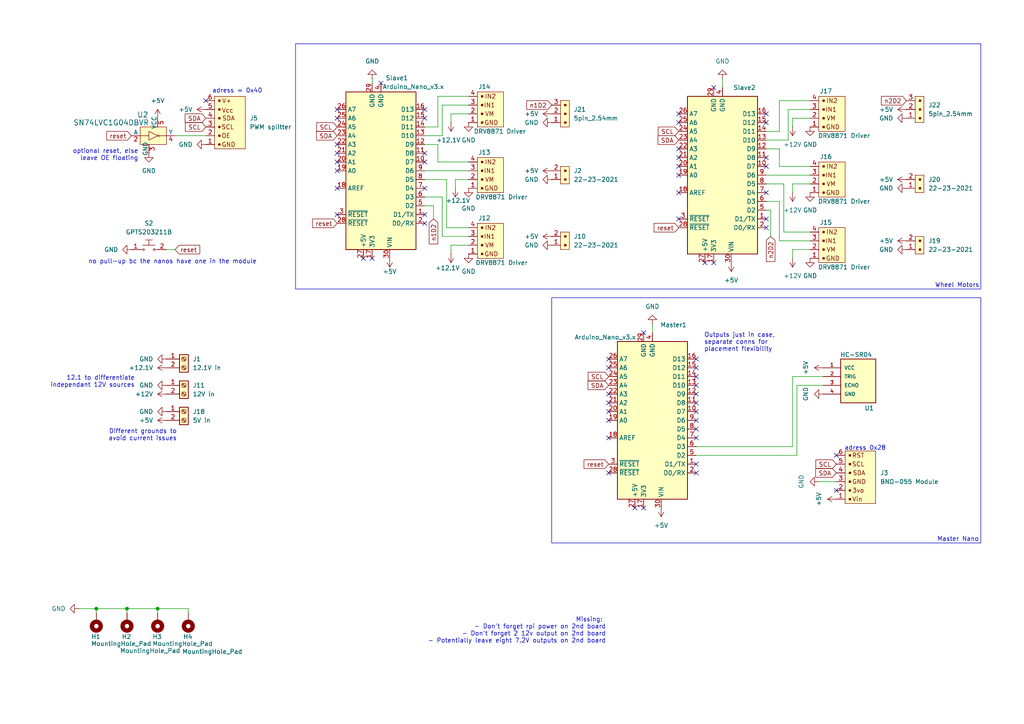
<source format=kicad_sch>
(kicad_sch (version 20250114) (generator "eeschema") (generator_version "9.0")
  (paper "A4")
  (title_block (title "Star Trekker Main PCB") (date "2025-04-11") (rev "v1.0") (company "EPFL Xplore"))
  (lib_symbols
    (symbol "Connector:Screw_Terminal_01x02" (pin_names (offset 1.016) (hide yes))
      (property "Reference" "J" (at 0 2.54 0))
      (property "Value" "Screw_Terminal_01x02" (at 0 -5.08 0))
      (symbol "Screw_Terminal_01x02_1_1"
        (pin passive line (at -5.08 0 0) (length 3.81) (name "Pin_1") (number "1"))
        (pin passive line (at -5.08 -2.54 0) (length 3.81) (name "Pin_2") (number "2"))
      )
    )
    (symbol "HC-SR04:HC-SR04_modified" (pin_names (offset 1.016))
      (property "Reference" "U" (at 0 5.0813 0))
      (property "Value" "HC-SR04" (at 0 -10.163 0))
      (symbol "HC-SR04_modified_0_0"
        (pin power_in line (at -5.08 2.54 0) (length 5.08) (name "VCC") (number "1"))
        (pin bidirectional line (at -5.08 0 0) (length 5.08) (name "TRIG") (number "2"))
        (pin bidirectional line (at -5.08 -2.54 0) (length 5.08) (name "ECHO") (number "3"))
        (pin power_in line (at -5.08 -5.08 0) (length 5.08) (name "GND") (number "4"))
      )
    )
    (symbol "MCU_Module:Arduino_Nano_v3.x"
      (property "Reference" "A" (at -10.16 23.495 0))
      (property "Value" "Arduino_Nano_v3.x" (at 5.08 -24.13 0))
      (symbol "Arduino_Nano_v3.x_1_1"
        (pin bidirectional line (at -12.7 15.24 0) (length 2.54) (name "D0/RX") (number "2"))
        (pin bidirectional line (at -12.7 12.7 0) (length 2.54) (name "D1/TX") (number "1"))
        (pin bidirectional line (at -12.7 10.16 0) (length 2.54) (name "D2") (number "5"))
        (pin bidirectional line (at -12.7 7.62 0) (length 2.54) (name "D3") (number "6"))
        (pin bidirectional line (at -12.7 5.08 0) (length 2.54) (name "D4") (number "7"))
        (pin bidirectional line (at -12.7 2.54 0) (length 2.54) (name "D5") (number "8"))
        (pin bidirectional line (at -12.7 0 0) (length 2.54) (name "D6") (number "9"))
        (pin bidirectional line (at -12.7 -2.54 0) (length 2.54) (name "D7") (number "10"))
        (pin bidirectional line (at -12.7 -5.08 0) (length 2.54) (name "D8") (number "11"))
        (pin bidirectional line (at -12.7 -7.62 0) (length 2.54) (name "D9") (number "12"))
        (pin bidirectional line (at -12.7 -10.16 0) (length 2.54) (name "D10") (number "13"))
        (pin bidirectional line (at -12.7 -12.7 0) (length 2.54) (name "D11") (number "14"))
        (pin bidirectional line (at -12.7 -15.24 0) (length 2.54) (name "D12") (number "15"))
        (pin bidirectional line (at -12.7 -17.78 0) (length 2.54) (name "D13") (number "16"))
        (pin power_in line (at -2.54 25.4 270) (length 2.54) (name "VIN") (number "30"))
        (pin power_in line (at 0 -25.4 90) (length 2.54) (name "GND") (number "4"))
        (pin power_out line (at 2.54 25.4 270) (length 2.54) (name "3V3") (number "17"))
        (pin power_in line (at 2.54 -25.4 90) (length 2.54) (name "GND") (number "29"))
        (pin power_out line (at 5.08 25.4 270) (length 2.54) (name "+5V") (number "27"))
        (pin input line (at 12.7 15.24 180) (length 2.54) (name "~{RESET}") (number "28"))
        (pin input line (at 12.7 12.7 180) (length 2.54) (name "~{RESET}") (number "3"))
        (pin input line (at 12.7 5.08 180) (length 2.54) (name "AREF") (number "18"))
        (pin bidirectional line (at 12.7 0 180) (length 2.54) (name "A0") (number "19"))
        (pin bidirectional line (at 12.7 -2.54 180) (length 2.54) (name "A1") (number "20"))
        (pin bidirectional line (at 12.7 -5.08 180) (length 2.54) (name "A2") (number "21"))
        (pin bidirectional line (at 12.7 -7.62 180) (length 2.54) (name "A3") (number "22"))
        (pin bidirectional line (at 12.7 -10.16 180) (length 2.54) (name "A4") (number "23"))
        (pin bidirectional line (at 12.7 -12.7 180) (length 2.54) (name "A5") (number "24"))
        (pin bidirectional line (at 12.7 -15.24 180) (length 2.54) (name "A6") (number "25"))
        (pin bidirectional line (at 12.7 -17.78 180) (length 2.54) (name "A7") (number "26"))
      )
    )
    (symbol "Mechanical:MountingHole_Pad" (pin_numbers (hide yes)) (pin_names (offset 1.016) (hide yes)) (exclude_from_sim yes) (in_bom no)
      (property "Reference" "H" (at 0 6.35 0))
      (property "Value" "MountingHole_Pad" (at 0 4.445 0))
      (symbol "MountingHole_Pad_1_1"
        (pin input line (at 0 -2.54 90) (length 2.54) (name "1") (number "1"))
      )
    )
    (symbol "dk_Logic-Gates-and-Inverters:SN74LVC1G04DBVR" (pin_names (offset 0))
      (property "Reference" "U" (at -2.54 3.556 0))
      (property "Value" "SN74LVC1G04DBVR" (at -0.762 -3.81 0))
      (symbol "SN74LVC1G04DBVR_1_1"
        (pin input line (at -7.62 0 0) (length 2.54) (name "A") (number "2"))
        (pin no_connect line (at -2.54 0 0) (length 2.54) (hide yes) (name "NC") (number "1"))
        (pin power_in line (at -2.54 -5.08 90) (length 2.54) (name "GND") (number "3"))
        (pin power_in line (at 0 5.08 270) (length 2.54) (name "VCC") (number "5"))
        (pin output line (at 5.08 0 180) (length 2.54) (name "Y") (number "4"))
      )
    )
    (symbol "dk_Pushbutton-Switches:GPTS203211B" (pin_names (offset 1.016))
      (property "Reference" "S" (at -3.81 3.81 0))
      (property "Value" "GPTS203211B" (at 0 -2.54 0))
      (symbol "GPTS203211B_1_1"
        (pin passive line (at -5.08 0 0) (length 2.54) (name "~") (number "1"))
        (pin passive line (at 5.08 0 180) (length 2.54) (name "~") (number "2"))
      )
    )
    (symbol "dk_Rectangular-Connectors-Headers-Male-Pins:22-23-2021" (pin_names (offset 1.016))
      (property "Reference" "J" (at -2.54 1.27 0))
      (property "Value" "22-23-2021" (at 1.27 -3.81 0))
      (symbol "22-23-2021_1_1"
        (pin passive line (at 0 2.54 270) (length 2.54) (name "~") (number "1"))
        (pin passive line (at 2.54 2.54 270) (length 2.54) (name "~") (number "2"))
      )
    )
    (symbol "hey_idk_hey_idk_hey:3pin_2.54mm" (pin_names (offset 1.016))
      (property "Reference" "J" (at -2.54 -1.27 0))
      (property "Value" "5pin_2.54mm" (at 5.08 -3.81 0))
      (symbol "3pin_2.54mm_1_1"
        (pin passive line (at 0 2.54 270) (length 2.54) (name "~") (number "1"))
        (pin passive line (at 2.54 2.54 270) (length 2.54) (name "~") (number "2"))
        (pin passive line (at 5.08 2.54 270) (length 2.54) (name "~") (number "3"))
      )
    )
    (symbol "hey_idk_hey_idk_hey:BNO-055 Breakout Board" (pin_names (offset 1.016))
      (property "Reference" "J" (at -2.54 -1.27 0))
      (property "Value" "BNO-055 Module" (at 3.81 -11.176 0))
      (symbol "BNO-055 Breakout Board_1_1"
        (text "Vin" (at 0 -3.556 900) (effects (font (size 1.27 1.27))))
        (text "3vo" (at 2.54 -3.81 900) (effects (font (size 1.27 1.27))))
        (text "GND" (at 5.08 -4.064 900) (effects (font (size 1.27 1.27))))
        (text "SDA" (at 7.62 -4.064 900) (effects (font (size 1.27 1.27))))
        (text "SCL" (at 10.16 -3.81 900) (effects (font (size 1.27 1.27))))
        (text "RST" (at 12.7 -3.81 900) (effects (font (size 1.27 1.27))))
        (pin power_in line (at 0 2.54 270) (length 2.54) (name "~") (number "1"))
        (pin passive line (at 2.54 2.54 270) (length 2.54) (name "~") (number "2"))
        (pin power_in line (at 5.08 2.54 270) (length 2.54) (name "~") (number "3"))
        (pin passive line (at 7.62 2.54 270) (length 2.54) (name "~") (number "4"))
        (pin passive line (at 10.16 2.54 270) (length 2.54) (name "~") (number "5"))
        (pin passive line (at 12.7 2.54 270) (length 2.54) (name "~") (number "6"))
      )
    )
    (symbol "hey_idk_hey_idk_hey:DRV8871 Driver" (pin_names (offset 1.016))
      (property "Reference" "J" (at -2.54 -1.27 0))
      (property "Value" "DRV8871 Driver" (at 4.064 -9.398 0))
      (symbol "DRV8871 Driver_1_1"
        (text "GND" (at 0 -4.064 900) (effects (font (size 1.27 1.27))))
        (text "VM" (at 2.54 -3.556 900) (effects (font (size 1.27 1.27))))
        (text "IN1" (at 5.08 -3.556 900) (effects (font (size 1.27 1.27))))
        (text "IN2" (at 7.62 -3.81 900) (effects (font (size 1.27 1.27))))
        (pin passive line (at 0 2.54 270) (length 2.54) (name "~") (number "1"))
        (pin passive line (at 2.54 2.54 270) (length 2.54) (name "~") (number "2"))
        (pin passive line (at 5.08 2.54 270) (length 2.54) (name "~") (number "3"))
        (pin passive line (at 7.62 2.54 270) (length 2.54) (name "~") (number "4"))
      )
    )
    (symbol "hey_idk_hey_idk_hey:PWM splitter" (pin_names (offset 1.016))
      (property "Reference" "J" (at -2.54 -1.27 0))
      (property "Value" "PWM splitter" (at 3.81 -11.176 0))
      (symbol "PWM splitter_1_1"
        (text "GND" (at 0 -4.064 900) (effects (font (size 1.27 1.27))))
        (text "OE" (at 2.54 -3.302 900) (effects (font (size 1.27 1.27))))
        (text "SCL" (at 5.08 -3.81 900) (effects (font (size 1.27 1.27))))
        (text "SDA" (at 7.62 -4.064 900) (effects (font (size 1.27 1.27))))
        (text "Vcc" (at 9.906 -3.81 900) (effects (font (size 1.27 1.27))))
        (text "V+" (at 12.7 -3.556 900) (effects (font (size 1.27 1.27))))
        (pin power_in line (at 0 2.54 270) (length 2.54) (name "~") (number "1"))
        (pin passive line (at 2.54 2.54 270) (length 2.54) (name "~") (number "2"))
        (pin passive line (at 5.08 2.54 270) (length 2.54) (name "~") (number "3"))
        (pin passive line (at 7.62 2.54 270) (length 2.54) (name "~") (number "4"))
        (pin power_in line (at 10.16 2.54 270) (length 2.54) (name "~") (number "5"))
        (pin power_in line (at 12.7 2.54 270) (length 2.54) (name "~") (number "6"))
      )
    )
    (symbol "power:+12V" (power) (pin_numbers (hide yes)) (pin_names (offset 0) (hide yes))
      (property "Value" "+12V" (at 0 3.556 0))
      (symbol "+12V_1_1"
        (pin power_in line (at 0 0 90) (length 0) (name "~") (number "1"))
      )
    )
    (symbol "power:+5V" (power) (pin_numbers (hide yes)) (pin_names (offset 0) (hide yes))
      (property "Value" "+5V" (at 0 3.556 0))
      (symbol "+5V_1_1"
        (pin power_in line (at 0 0 90) (length 0) (name "~") (number "1"))
      )
    )
    (symbol "power:GND" (power) (pin_numbers (hide yes)) (pin_names (offset 0) (hide yes))
      (property "Value" "GND" (at 0 -3.81 0))
      (symbol "GND_1_1"
        (pin power_in line (at 0 0 270) (length 0) (name "~") (number "1"))
      )
    )
  )
  (rectangle (start 160.02 86.36) (end 284.48 157.48))
  (rectangle (start 85.725 12.7) (end 284.48 83.82))
  (text "adress = 0x40" (at 68.834 26.416 0) (effects (font (size 1.27 1.27))))
  (text "no pull-up bc the nanos have one in the module" (at 50.038 75.946 0) (effects (font (size 1.27 1.27))))
  (text "12.1 to differentiate\nindependant 12V sources" (at 39.116 110.744 0) (effects (font (size 1.27 1.27)) (justify right)))
  (text "Missing: \n- Don't forget rpi power on 2nd board\n- Don't forget 2 12v output on 2nd board\n- Potentially leave eight 7.2V outputs on 2nd board" (at 175.768 182.88 0) (effects (font (size 1.27 1.27)) (justify right)))
  (text "Wheel Motors" (at 277.622 82.804 0) (effects (font (size 1.27 1.27))))
  (text "adress 0x28" (at 250.952 130.048 0) (effects (font (size 1.27 1.27))))
  (text "Outputs just in case,\nseparate conns for \nplacement flexibility" (at 204.216 99.314 0) (effects (font (size 1.27 1.27)) (justify left)))
  (text "Master Nano" (at 277.876 156.464 0) (effects (font (size 1.27 1.27))))
  (text "Different grounds to\navoid current issues" (at 51.308 126.238 0) (effects (font (size 1.27 1.27)) (justify right)))
  (text "optional reset, else\nleave OE floating" (at 40.132 44.958 0) (effects (font (size 1.27 1.27)) (justify right)))
  (junction (at 45.72 176.53))
  (junction (at 36.83 176.53))
  (junction (at 27.94 176.53))
  (no_connect (at 97.79 46.99))
  (no_connect (at 196.85 50.8))
  (no_connect (at 207.01 25.4))
  (no_connect (at 123.19 46.99))
  (no_connect (at 196.85 48.26))
  (no_connect (at 176.53 114.3))
  (no_connect (at 196.85 35.56))
  (no_connect (at 201.93 104.14))
  (no_connect (at 123.19 64.77))
  (no_connect (at 222.25 55.88))
  (no_connect (at 201.93 137.16))
  (no_connect (at 176.53 104.14))
  (no_connect (at 176.53 106.68))
  (no_connect (at 123.19 54.61))
  (no_connect (at 196.85 33.02))
  (no_connect (at 176.53 121.92))
  (no_connect (at 196.85 43.18))
  (no_connect (at 196.85 63.5))
  (no_connect (at 184.15 147.32))
  (no_connect (at 97.79 41.91))
  (no_connect (at 201.93 119.38))
  (no_connect (at 176.53 137.16))
  (no_connect (at 201.93 111.76))
  (no_connect (at 123.19 34.29))
  (no_connect (at 242.57 132.08))
  (no_connect (at 222.25 35.56))
  (no_connect (at 176.53 116.84))
  (no_connect (at 186.69 96.52))
  (no_connect (at 201.93 114.3))
  (no_connect (at 207.01 76.2))
  (no_connect (at 123.19 31.75))
  (no_connect (at 222.25 33.02))
  (no_connect (at 97.79 54.61))
  (no_connect (at 186.69 147.32))
  (no_connect (at 123.19 44.45))
  (no_connect (at 201.93 109.22))
  (no_connect (at 107.95 74.93))
  (no_connect (at 222.25 66.04))
  (no_connect (at 123.19 62.23))
  (no_connect (at 176.53 119.38))
  (no_connect (at 222.25 45.72))
  (no_connect (at 97.79 44.45))
  (no_connect (at 201.93 134.62))
  (no_connect (at 201.93 124.46))
  (no_connect (at 105.41 74.93))
  (no_connect (at 201.93 116.84))
  (no_connect (at 242.57 142.24))
  (no_connect (at 59.69 29.21))
  (no_connect (at 196.85 55.88))
  (no_connect (at 97.79 34.29))
  (no_connect (at 201.93 121.92))
  (no_connect (at 196.85 45.72))
  (no_connect (at 201.93 106.68))
  (no_connect (at 201.93 127))
  (no_connect (at 222.25 48.26))
  (no_connect (at 97.79 49.53))
  (no_connect (at 97.79 31.75))
  (no_connect (at 222.25 63.5))
  (no_connect (at 176.53 127))
  (no_connect (at 97.79 62.23))
  (no_connect (at 110.49 24.13))
  (no_connect (at 204.47 76.2))
  (wire (pts (xy 129.54 66.04) (xy 135.89 66.04)))
  (wire (pts (xy 222.25 60.96) (xy 223.52 60.96)))
  (wire (pts (xy 123.19 49.53) (xy 135.89 49.53)))
  (wire (pts (xy 226.06 69.85) (xy 234.95 69.85)))
  (wire (pts (xy 125.73 63.5) (xy 125.73 59.69)))
  (wire (pts (xy 130.81 71.12) (xy 135.89 71.12)))
  (wire (pts (xy 127 46.99) (xy 135.89 46.99)))
  (wire (pts (xy 130.81 33.02) (xy 135.89 33.02)))
  (wire (pts (xy 189.23 93.98) (xy 189.23 96.52)))
  (wire (pts (xy 123.19 52.07) (xy 129.54 52.07)))
  (wire (pts (xy 45.72 176.53) (xy 45.72 177.8)))
  (wire (pts (xy 129.54 66.04) (xy 129.54 52.07)))
  (wire (pts (xy 123.19 39.37) (xy 128.27 39.37)))
  (wire (pts (xy 229.87 129.54) (xy 229.87 109.22)))
  (wire (pts (xy 229.87 72.39) (xy 229.87 74.93)))
  (wire (pts (xy 229.87 72.39) (xy 234.95 72.39)))
  (wire (pts (xy 36.83 176.53) (xy 36.83 177.8)))
  (wire (pts (xy 229.87 36.83) (xy 229.87 34.29)))
  (wire (pts (xy 130.81 73.66) (xy 130.81 71.12)))
  (wire (pts (xy 237.49 139.7) (xy 242.57 139.7)))
  (wire (pts (xy 231.14 111.76) (xy 238.76 111.76)))
  (wire (pts (xy 127 27.94) (xy 135.89 27.94)))
  (wire (pts (xy 127 41.91) (xy 123.19 41.91)))
  (wire (pts (xy 22.86 176.53) (xy 27.94 176.53)))
  (wire (pts (xy 128.27 68.58) (xy 128.27 57.15)))
  (wire (pts (xy 127 27.94) (xy 127 36.83)))
  (wire (pts (xy 127 36.83) (xy 123.19 36.83)))
  (wire (pts (xy 226.06 58.42) (xy 222.25 58.42)))
  (wire (pts (xy 50.8 39.37) (xy 59.69 39.37)))
  (wire (pts (xy 45.72 176.53) (xy 54.61 176.53)))
  (wire (pts (xy 54.61 176.53) (xy 54.61 177.8)))
  (wire (pts (xy 128.27 30.48) (xy 135.89 30.48)))
  (wire (pts (xy 128.27 39.37) (xy 128.27 30.48)))
  (wire (pts (xy 227.33 67.31) (xy 234.95 67.31)))
  (wire (pts (xy 48.26 72.39) (xy 50.8 72.39)))
  (wire (pts (xy 128.27 68.58) (xy 135.89 68.58)))
  (wire (pts (xy 125.73 59.69) (xy 123.19 59.69)))
  (wire (pts (xy 130.81 35.56) (xy 130.81 33.02)))
  (wire (pts (xy 228.6 31.75) (xy 234.95 31.75)))
  (wire (pts (xy 226.06 69.85) (xy 226.06 58.42)))
  (wire (pts (xy 209.55 22.86) (xy 209.55 25.4)))
  (wire (pts (xy 226.06 38.1) (xy 222.25 38.1)))
  (wire (pts (xy 222.25 40.64) (xy 228.6 40.64)))
  (wire (pts (xy 223.52 60.96) (xy 223.52 68.58)))
  (wire (pts (xy 227.33 67.31) (xy 227.33 53.34)))
  (wire (pts (xy 132.08 54.61) (xy 132.08 52.07)))
  (wire (pts (xy 231.14 111.76) (xy 231.14 132.08)))
  (wire (pts (xy 226.06 43.18) (xy 222.25 43.18)))
  (wire (pts (xy 201.93 132.08) (xy 231.14 132.08)))
  (wire (pts (xy 36.83 176.53) (xy 45.72 176.53)))
  (wire (pts (xy 27.94 176.53) (xy 27.94 177.8)))
  (wire (pts (xy 222.25 53.34) (xy 227.33 53.34)))
  (wire (pts (xy 222.25 50.8) (xy 234.95 50.8)))
  (wire (pts (xy 128.27 57.15) (xy 123.19 57.15)))
  (wire (pts (xy 127 46.99) (xy 127 41.91)))
  (wire (pts (xy 229.87 109.22) (xy 238.76 109.22)))
  (wire (pts (xy 201.93 129.54) (xy 229.87 129.54)))
  (wire (pts (xy 229.87 55.88) (xy 229.87 53.34)))
  (wire (pts (xy 228.6 40.64) (xy 228.6 31.75)))
  (wire (pts (xy 226.06 48.26) (xy 226.06 43.18)))
  (wire (pts (xy 226.06 48.26) (xy 234.95 48.26)))
  (wire (pts (xy 229.87 53.34) (xy 234.95 53.34)))
  (wire (pts (xy 27.94 176.53) (xy 36.83 176.53)))
  (wire (pts (xy 229.87 34.29) (xy 234.95 34.29)))
  (wire (pts (xy 226.06 29.21) (xy 226.06 38.1)))
  (wire (pts (xy 132.08 52.07) (xy 135.89 52.07)))
  (wire (pts (xy 107.95 24.13) (xy 107.95 22.86)))
  (wire (pts (xy 226.06 29.21) (xy 234.95 29.21)))
  (global_label "n1D2" (shape input) (at 160.02 30.48 180) (property "Intersheetrefs" "${INTERSHEET_REFS}" (effects (hide yes))))
  (global_label "reset" (shape input) (at 50.8 72.39 0) (property "Intersheetrefs" "${INTERSHEET_REFS}" (effects (hide yes))))
  (global_label "SCL" (shape input) (at 176.53 109.22 180) (property "Intersheetrefs" "${INTERSHEET_REFS}" (effects (hide yes))))
  (global_label "n2D2" (shape input) (at 223.52 68.58 270) (property "Intersheetrefs" "${INTERSHEET_REFS}" (effects (hide yes))))
  (global_label "SDA" (shape input) (at 176.53 111.76 180) (property "Intersheetrefs" "${INTERSHEET_REFS}" (effects (hide yes))))
  (global_label "reset" (shape input) (at 196.85 66.04 180) (property "Intersheetrefs" "${INTERSHEET_REFS}" (effects (hide yes))))
  (global_label "reset" (shape input) (at 38.1 39.37 180) (property "Intersheetrefs" "${INTERSHEET_REFS}" (effects (hide yes))))
  (global_label "n2D2" (shape input) (at 262.89 29.21 180) (property "Intersheetrefs" "${INTERSHEET_REFS}" (effects (hide yes))))
  (global_label "SCL" (shape input) (at 97.79 36.83 180) (property "Intersheetrefs" "${INTERSHEET_REFS}" (effects (hide yes))))
  (global_label "SDA" (shape input) (at 196.85 40.64 180) (property "Intersheetrefs" "${INTERSHEET_REFS}" (effects (hide yes))))
  (global_label "SCL" (shape input) (at 59.69 36.83 180) (property "Intersheetrefs" "${INTERSHEET_REFS}" (effects (hide yes))))
  (global_label "SCL" (shape input) (at 242.57 134.62 180) (property "Intersheetrefs" "${INTERSHEET_REFS}" (effects (hide yes))))
  (global_label "n1D2" (shape input) (at 125.73 63.5 270) (property "Intersheetrefs" "${INTERSHEET_REFS}" (effects (hide yes))))
  (global_label "SCL" (shape input) (at 196.85 38.1 180) (property "Intersheetrefs" "${INTERSHEET_REFS}" (effects (hide yes))))
  (global_label "SDA" (shape input) (at 97.79 39.37 180) (property "Intersheetrefs" "${INTERSHEET_REFS}" (effects (hide yes))))
  (global_label "reset" (shape input) (at 176.53 134.62 180) (property "Intersheetrefs" "${INTERSHEET_REFS}" (effects (hide yes))))
  (global_label "SDA" (shape input) (at 242.57 137.16 180) (property "Intersheetrefs" "${INTERSHEET_REFS}" (effects (hide yes))))
  (global_label "SDA" (shape input) (at 59.69 34.29 180) (property "Intersheetrefs" "${INTERSHEET_REFS}" (effects (hide yes))))
  (global_label "reset" (shape input) (at 97.79 64.77 180) (property "Intersheetrefs" "${INTERSHEET_REFS}" (effects (hide yes))))
  (symbol (lib_id "power:GND") (at 262.89 72.39 270) (unit 1)
    (property "Reference" "#PWR044" (effects (hide yes)))
    (property "Value" "GND" (at 259.08 72.3899 90) (effects (justify right)))
    (property "Description" "Power symbol creates a global label with name \"GND\" , ground" (effects (hide yes)))
  )
  (symbol (lib_id "power:GND") (at 135.89 54.61 0) (unit 1)
    (property "Reference" "#PWR024" (effects (hide yes)))
    (property "Value" "GND" (at 135.89 60.452 0))
    (property "Description" "Power symbol creates a global label with name \"GND\" , ground" (effects (hide yes)))
  )
  (symbol (lib_id "power:+12V") (at 48.26 106.68 90) (unit 1)
    (property "Reference" "#PWR029" (effects (hide yes)))
    (property "Value" "+12.1V" (at 44.45 106.6799 90) (effects (justify left)))
    (property "Description" "Power symbol creates a global label with name \"+12V\"" (effects (hide yes)))
  )
  (symbol (lib_id "Mechanical:MountingHole_Pad") (at 27.94 180.34 180) (unit 1) (in_bom no)
    (property "Reference" "H1" (at 26.416 184.658 0) (effects (justify right)))
    (property "Value" "MountingHole_Pad" (at 26.416 186.69 0) (effects (justify right)))
    (property "Footprint" "MountingHole:MountingHole_3.2mm_M3_Pad" (effects (hide yes)))
    (property "Description" "Mounting Hole with connection" (effects (hide yes)))
  )
  (symbol (lib_id "MCU_Module:Arduino_Nano_v3.x") (at 189.23 121.92 180) (unit 1)
    (property "Reference" "Master1" (at 191.516 94.234 0) (effects (justify right)))
    (property "Value" "Arduino_Nano_v3.x" (at 166.624 97.79 0) (effects (justify right)))
    (property "Footprint" "Module:Arduino_Nano" (effects (hide yes)))
    (property "Datasheet" "http://www.mouser.com/pdfdocs/Gravitech_Arduino_Nano3_0.pdf" (effects (hide yes)))
    (property "Description" "Arduino Nano v3.x" (effects (hide yes)))
  )
  (symbol (lib_id "power:GND") (at 234.95 55.88 0) (unit 1)
    (property "Reference" "#PWR013" (effects (hide yes)))
    (property "Value" "GND" (at 234.95 60.96 0))
    (property "Description" "Power symbol creates a global label with name \"GND\" , ground" (effects (hide yes)))
  )
  (symbol (lib_id "power:GND") (at 160.02 35.56 270) (unit 1)
    (property "Reference" "#PWR052" (effects (hide yes)))
    (property "Value" "GND" (at 156.21 35.5599 90) (effects (justify right)))
    (property "Description" "Power symbol creates a global label with name \"GND\" , ground" (effects (hide yes)))
  )
  (symbol (lib_id "power:GND") (at 238.76 114.3 270) (unit 1)
    (property "Reference" "#PWR015" (effects (hide yes)))
    (property "Value" "GND" (at 233.68 114.3 0))
    (property "Description" "Power symbol creates a global label with name \"GND\" , ground" (effects (hide yes)))
  )
  (symbol (lib_id "hey_idk_hey_idk_hey:DRV8871 Driver") (at 138.43 54.61 90) (unit 1)
    (property "Reference" "J13" (at 138.684 44.196 90) (effects (justify right)))
    (property "Value" "DRV8871 Driver" (at 137.922 57.15 90) (effects (justify right)))
    (property "Footprint" "digikey-footprints:PinHeader_1x4_P2.54mm_Drill1.02mm" (effects (hide yes)))
    (property "Datasheet" "http://www.jst-mfg.com/product/pdf/eng/eXH.pdf" (effects (hide yes)))
    (property "Description" "CONN HEADER VERT 4POS 2.5MM" (effects (hide yes)))
    (property "Digi-Key_PN" "455-2249-ND" (effects (hide yes)))
    (property "MPN" "B4B-XH-A(LF)(SN)" (effects (hide yes)))
    (property "Category" "Connectors, Interconnects" (effects (hide yes)))
    (property "Family" "Rectangular Connectors - Headers, Male Pins" (effects (hide yes)))
    (property "DK_Datasheet_Link" "http://www.jst-mfg.com/product/pdf/eng/eXH.pdf" (effects (hide yes)))
    (property "DK_Detail_Page" "/product-detail/en/jst-sales-america-inc/B4B-XH-A(LF)(SN)/455-2249-ND/1651047" (effects (hide yes)))
    (property "Description_1" "CONN HEADER VERT 4POS 2.5MM" (effects (hide yes)))
    (property "Manufacturer" "JST Sales America Inc." (effects (hide yes)))
    (property "Status" "Active" (effects (hide yes)))
  )
  (symbol (lib_id "hey_idk_hey_idk_hey:DRV8871 Driver") (at 138.43 35.56 90) (unit 1)
    (property "Reference" "J14" (at 138.684 25.146 90) (effects (justify right)))
    (property "Value" "DRV8871 Driver" (at 137.414 38.1 90) (effects (justify right)))
    (property "Footprint" "digikey-footprints:PinHeader_1x4_P2.54mm_Drill1.02mm" (effects (hide yes)))
    (property "Datasheet" "http://www.jst-mfg.com/product/pdf/eng/eXH.pdf" (effects (hide yes)))
    (property "Description" "CONN HEADER VERT 4POS 2.5MM" (effects (hide yes)))
    (property "Digi-Key_PN" "455-2249-ND" (effects (hide yes)))
    (property "MPN" "B4B-XH-A(LF)(SN)" (effects (hide yes)))
    (property "Category" "Connectors, Interconnects" (effects (hide yes)))
    (property "Family" "Rectangular Connectors - Headers, Male Pins" (effects (hide yes)))
    (property "DK_Datasheet_Link" "http://www.jst-mfg.com/product/pdf/eng/eXH.pdf" (effects (hide yes)))
    (property "DK_Detail_Page" "/product-detail/en/jst-sales-america-inc/B4B-XH-A(LF)(SN)/455-2249-ND/1651047" (effects (hide yes)))
    (property "Description_1" "CONN HEADER VERT 4POS 2.5MM" (effects (hide yes)))
    (property "Manufacturer" "JST Sales America Inc." (effects (hide yes)))
    (property "Status" "Active" (effects (hide yes)))
  )
  (symbol (lib_id "power:GND") (at 135.89 35.56 0) (unit 1)
    (property "Reference" "#PWR023" (effects (hide yes)))
    (property "Value" "GND" (at 135.89 40.64 0))
    (property "Description" "Power symbol creates a global label with name \"GND\" , ground" (effects (hide yes)))
  )
  (symbol (lib_id "hey_idk_hey_idk_hey:BNO-055 Breakout Board") (at 245.11 144.78 90) (unit 1)
    (property "Reference" "J3" (at 255.27 137.1599 90) (effects (justify right)))
    (property "Value" "BNO-055 Module" (at 255.27 139.6999 90) (effects (justify right)))
    (property "Footprint" "digikey-footprints:my_6pin_2_frown" (effects (hide yes)))
    (property "Datasheet" "http://www.jst-mfg.com/product/pdf/eng/eXH.pdf" (effects (hide yes)))
    (property "Description" "CONN HEADER VERT 4POS 2.5MM" (effects (hide yes)))
    (property "Digi-Key_PN" "455-2249-ND" (effects (hide yes)))
    (property "MPN" "B4B-XH-A(LF)(SN)" (effects (hide yes)))
    (property "Category" "Connectors, Interconnects" (effects (hide yes)))
    (property "Family" "Rectangular Connectors - Headers, Male Pins" (effects (hide yes)))
    (property "DK_Datasheet_Link" "http://www.jst-mfg.com/product/pdf/eng/eXH.pdf" (effects (hide yes)))
    (property "DK_Detail_Page" "/product-detail/en/jst-sales-america-inc/B4B-XH-A(LF)(SN)/455-2249-ND/1651047" (effects (hide yes)))
    (property "Description_1" "CONN HEADER VERT 4POS 2.5MM" (effects (hide yes)))
    (property "Manufacturer" "JST Sales America Inc." (effects (hide yes)))
    (property "Status" "Active" (effects (hide yes)))
  )
  (symbol (lib_id "power:GND") (at 22.86 176.53 270) (unit 1)
    (property "Reference" "#PWR036" (effects (hide yes)))
    (property "Value" "GND" (at 19.05 176.5299 90) (effects (justify right)))
    (property "Description" "Power symbol creates a global label with name \"GND\" , ground" (effects (hide yes)))
  )
  (symbol (lib_id "power:+5V") (at 242.57 144.78 90) (unit 1)
    (property "Reference" "#PWR028" (effects (hide yes)))
    (property "Value" "+5V" (at 237.49 144.78 0))
    (property "Description" "Power symbol creates a global label with name \"+5V\"" (effects (hide yes)))
  )
  (symbol (lib_id "power:+5V") (at 48.26 121.92 90) (unit 1)
    (property "Reference" "#PWR043" (effects (hide yes)))
    (property "Value" "+5V" (at 44.45 121.9199 90) (effects (justify left)))
    (property "Description" "Power symbol creates a global label with name \"+5V\"" (effects (hide yes)))
  )
  (symbol (lib_id "power:GND") (at 43.18 44.45 0) (unit 1)
    (property "Reference" "#PWR039" (effects (hide yes)))
    (property "Value" "GND" (at 43.18 49.53 0))
    (property "Description" "Power symbol creates a global label with name \"GND\" , ground" (effects (hide yes)))
  )
  (symbol (lib_id "MCU_Module:Arduino_Nano_v3.x") (at 110.49 49.53 180) (unit 1)
    (property "Reference" "Slave1" (at 118.364 22.606 0) (effects (justify left)))
    (property "Value" "Arduino_Nano_v3.x" (at 128.778 25.146 0) (effects (justify left)))
    (property "Footprint" "Module:Arduino_Nano" (effects (hide yes)))
    (property "Datasheet" "http://www.mouser.com/pdfdocs/Gravitech_Arduino_Nano3_0.pdf" (effects (hide yes)))
    (property "Description" "Arduino Nano v3.x" (effects (hide yes)))
  )
  (symbol (lib_id "power:GND") (at 209.55 22.86 180) (unit 1)
    (property "Reference" "#PWR02" (effects (hide yes)))
    (property "Value" "GND" (at 209.55 17.78 0))
    (property "Description" "Power symbol creates a global label with name \"GND\" , ground" (effects (hide yes)))
  )
  (symbol (lib_id "power:+5V") (at 262.89 31.75 90) (unit 1)
    (property "Reference" "#PWR031" (effects (hide yes)))
    (property "Value" "+5V" (at 259.08 31.7499 90) (effects (justify left)))
    (property "Description" "Power symbol creates a global label with name \"+5V\"" (effects (hide yes)))
  )
  (symbol (lib_id "power:+5V") (at 160.02 33.02 90) (unit 1)
    (property "Reference" "#PWR051" (effects (hide yes)))
    (property "Value" "+5V" (at 156.21 33.0199 90) (effects (justify left)))
    (property "Description" "Power symbol creates a global label with name \"+5V\"" (effects (hide yes)))
  )
  (symbol (lib_id "power:GND") (at 237.49 139.7 270) (unit 1)
    (property "Reference" "#PWR027" (effects (hide yes)))
    (property "Value" "GND" (at 232.41 139.7 0))
    (property "Description" "Power symbol creates a global label with name \"GND\" , ground" (effects (hide yes)))
  )
  (symbol (lib_id "dk_Rectangular-Connectors-Headers-Male-Pins:22-23-2021") (at 162.56 71.12 90) (unit 1)
    (property "Reference" "J10" (at 166.37 68.5799 90) (effects (justify right)))
    (property "Value" "22-23-2021" (at 166.37 71.1199 90) (effects (justify right)))
    (property "Footprint" "digikey-footprints:PinHeader_1x2_P2.54mm_Drill1.02mm" (effects (hide yes)))
    (property "Datasheet" "https://media.digikey.com/pdf/Data%20Sheets/Molex%20PDFs/A-6373-N_Series_Dwg_2010-12-03.pdf" (effects (hide yes)))
    (property "Description" "CONN HEADER VERT 2POS 2.54MM" (effects (hide yes)))
    (property "Digi-Key_PN" "WM4200-ND" (effects (hide yes)))
    (property "MPN" "22-23-2021" (effects (hide yes)))
    (property "Category" "Connectors, Interconnects" (effects (hide yes)))
    (property "Family" "Rectangular Connectors - Headers, Male Pins" (effects (hide yes)))
    (property "DK_Datasheet_Link" "https://media.digikey.com/pdf/Data%20Sheets/Molex%20PDFs/A-6373-N_Series_Dwg_2010-12-03.pdf" (effects (hide yes)))
    (property "DK_Detail_Page" "/product-detail/en/molex/22-23-2021/WM4200-ND/26667" (effects (hide yes)))
    (property "Description_1" "CONN HEADER VERT 2POS 2.54MM" (effects (hide yes)))
    (property "Manufacturer" "Molex" (effects (hide yes)))
    (property "Status" "Active" (effects (hide yes)))
  )
  (symbol (lib_id "hey_idk_hey_idk_hey:DRV8871 Driver") (at 237.49 55.88 90) (unit 1)
    (property "Reference" "J16" (at 237.744 45.466 90) (effects (justify right)))
    (property "Value" "DRV8871 Driver" (at 237.236 58.42 90) (effects (justify right)))
    (property "Footprint" "digikey-footprints:PinHeader_1x4_P2.54mm_Drill1.02mm" (effects (hide yes)))
    (property "Datasheet" "http://www.jst-mfg.com/product/pdf/eng/eXH.pdf" (effects (hide yes)))
    (property "Description" "CONN HEADER VERT 4POS 2.5MM" (effects (hide yes)))
    (property "Digi-Key_PN" "455-2249-ND" (effects (hide yes)))
    (property "MPN" "B4B-XH-A(LF)(SN)" (effects (hide yes)))
    (property "Category" "Connectors, Interconnects" (effects (hide yes)))
    (property "Family" "Rectangular Connectors - Headers, Male Pins" (effects (hide yes)))
    (property "DK_Datasheet_Link" "http://www.jst-mfg.com/product/pdf/eng/eXH.pdf" (effects (hide yes)))
    (property "DK_Detail_Page" "/product-detail/en/jst-sales-america-inc/B4B-XH-A(LF)(SN)/455-2249-ND/1651047" (effects (hide yes)))
    (property "Description_1" "CONN HEADER VERT 4POS 2.5MM" (effects (hide yes)))
    (property "Manufacturer" "JST Sales America Inc." (effects (hide yes)))
    (property "Status" "Active" (effects (hide yes)))
  )
  (symbol (lib_id "hey_idk_hey_idk_hey:PWM splitter") (at 62.23 41.91 90) (unit 1)
    (property "Reference" "J5" (at 72.39 34.2899 90) (effects (justify right)))
    (property "Value" "PWM splitter" (at 72.39 36.8299 90) (effects (justify right)))
    (property "Footprint" "digikey-footprints:my_6pin_2_frown" (effects (hide yes)))
    (property "Datasheet" "http://www.jst-mfg.com/product/pdf/eng/eXH.pdf" (effects (hide yes)))
    (property "Description" "CONN HEADER VERT 4POS 2.5MM" (effects (hide yes)))
    (property "Digi-Key_PN" "455-2249-ND" (effects (hide yes)))
    (property "MPN" "B4B-XH-A(LF)(SN)" (effects (hide yes)))
    (property "Category" "Connectors, Interconnects" (effects (hide yes)))
    (property "Family" "Rectangular Connectors - Headers, Male Pins" (effects (hide yes)))
    (property "DK_Datasheet_Link" "http://www.jst-mfg.com/product/pdf/eng/eXH.pdf" (effects (hide yes)))
    (property "DK_Detail_Page" "/product-detail/en/jst-sales-america-inc/B4B-XH-A(LF)(SN)/455-2249-ND/1651047" (effects (hide yes)))
    (property "Description_1" "CONN HEADER VERT 4POS 2.5MM" (effects (hide yes)))
    (property "Manufacturer" "JST Sales America Inc." (effects (hide yes)))
    (property "Status" "Active" (effects (hide yes)))
  )
  (symbol (lib_id "Connector:Screw_Terminal_01x02") (at 53.34 104.14 0) (unit 1)
    (property "Reference" "J1" (at 55.88 104.1399 0) (effects (justify left)))
    (property "Value" "12.1V in" (at 55.88 106.6799 0) (effects (justify left)))
    (property "Footprint" "TerminalBlock_Phoenix:TerminalBlock_Phoenix_PT-1,5-2-3.5-H_1x02_P3.50mm_Horizontal" (effects (hide yes)))
    (property "Description" "Generic screw terminal, single row, 01x02, script generated (kicad-library-utils/schlib/autogen/connector/)" (effects (hide yes)))
  )
  (symbol (lib_id "power:+5V") (at 212.09 76.2 180) (unit 1)
    (property "Reference" "#PWR010" (effects (hide yes)))
    (property "Value" "+5V" (at 212.09 81.28 0))
    (property "Description" "Power symbol creates a global label with name \"+5V\"" (effects (hide yes)))
  )
  (symbol (lib_id "power:+12V") (at 229.87 55.88 180) (unit 1)
    (property "Reference" "#PWR017" (effects (hide yes)))
    (property "Value" "+12V" (at 229.87 60.96 0))
    (property "Description" "Power symbol creates a global label with name \"+12V\"" (effects (hide yes)))
  )
  (symbol (lib_id "power:GND") (at 160.02 71.12 270) (unit 1)
    (property "Reference" "#PWR050" (effects (hide yes)))
    (property "Value" "GND" (at 156.21 71.1199 90) (effects (justify right)))
    (property "Description" "Power symbol creates a global label with name \"GND\" , ground" (effects (hide yes)))
  )
  (symbol (lib_id "power:GND") (at 234.95 36.83 0) (unit 1)
    (property "Reference" "#PWR014" (effects (hide yes)))
    (property "Value" "GND" (at 234.95 41.91 0))
    (property "Description" "Power symbol creates a global label with name \"GND\" , ground" (effects (hide yes)))
  )
  (symbol (lib_id "power:GND") (at 135.89 73.66 0) (unit 1)
    (property "Reference" "#PWR025" (effects (hide yes)))
    (property "Value" "GND" (at 135.89 78.74 0))
    (property "Description" "Power symbol creates a global label with name \"GND\" , ground" (effects (hide yes)))
  )
  (symbol (lib_id "power:GND") (at 48.26 104.14 270) (unit 1)
    (property "Reference" "#PWR042" (effects (hide yes)))
    (property "Value" "GND" (at 44.45 104.1399 90) (effects (justify right)))
    (property "Description" "Power symbol creates a global label with name \"GND\" , ground" (effects (hide yes)))
  )
  (symbol (lib_id "power:+5V") (at 191.77 147.32 180) (unit 1)
    (property "Reference" "#PWR019" (effects (hide yes)))
    (property "Value" "+5V" (at 191.77 152.4 0))
    (property "Description" "Power symbol creates a global label with name \"+5V\"" (effects (hide yes)))
  )
  (symbol (lib_id "hey_idk_hey_idk_hey:DRV8871 Driver") (at 138.43 73.66 90) (unit 1)
    (property "Reference" "J12" (at 138.684 63.246 90) (effects (justify right)))
    (property "Value" "DRV8871 Driver" (at 137.922 76.2 90) (effects (justify right)))
    (property "Footprint" "digikey-footprints:PinHeader_1x4_P2.54mm_Drill1.02mm" (effects (hide yes)))
    (property "Datasheet" "http://www.jst-mfg.com/product/pdf/eng/eXH.pdf" (effects (hide yes)))
    (property "Description" "CONN HEADER VERT 4POS 2.5MM" (effects (hide yes)))
    (property "Digi-Key_PN" "455-2249-ND" (effects (hide yes)))
    (property "MPN" "B4B-XH-A(LF)(SN)" (effects (hide yes)))
    (property "Category" "Connectors, Interconnects" (effects (hide yes)))
    (property "Family" "Rectangular Connectors - Headers, Male Pins" (effects (hide yes)))
    (property "DK_Datasheet_Link" "http://www.jst-mfg.com/product/pdf/eng/eXH.pdf" (effects (hide yes)))
    (property "DK_Detail_Page" "/product-detail/en/jst-sales-america-inc/B4B-XH-A(LF)(SN)/455-2249-ND/1651047" (effects (hide yes)))
    (property "Description_1" "CONN HEADER VERT 4POS 2.5MM" (effects (hide yes)))
    (property "Manufacturer" "JST Sales America Inc." (effects (hide yes)))
    (property "Status" "Active" (effects (hide yes)))
  )
  (symbol (lib_id "hey_idk_hey_idk_hey:3pin_2.54mm") (at 265.43 34.29 90) (unit 1)
    (property "Reference" "J22" (at 269.24 30.4799 90) (effects (justify right)))
    (property "Value" "5pin_2.54mm" (at 269.24 33.0199 90) (effects (justify right)))
    (property "Footprint" "Library:PinHeader_1x3_P2.54mm_Drill1.02mm_1" (effects (hide yes)))
    (property "Datasheet" "http://www.jst-mfg.com/product/pdf/eng/eXH.pdf" (effects (hide yes)))
    (property "Description" "CONN HEADER VERT 5POS 2.54MM" (effects (hide yes)))
    (property "Digi-Key_PN" "455-2270-ND" (effects (hide yes)))
    (property "MPN" "B5B-XH-A(LF)(SN)" (effects (hide yes)))
    (property "Category" "Connectors, Interconnects" (effects (hide yes)))
    (property "Family" "Rectangular Connectors - Headers, Male Pins" (effects (hide yes)))
    (property "DK_Datasheet_Link" "http://www.jst-mfg.com/product/pdf/eng/eXH.pdf" (effects (hide yes)))
    (property "DK_Detail_Page" "/product-detail/en/jst-sales-america-inc/B5B-XH-A(LF)(SN)/455-2270-ND/1530483" (effects (hide yes)))
    (property "Description_1" "CONN HEADER VERT 5POS 2.5MM" (effects (hide yes)))
    (property "Manufacturer" "JST Sales America Inc." (effects (hide yes)))
    (property "Status" "Active" (effects (hide yes)))
  )
  (symbol (lib_id "power:GND") (at 262.89 54.61 270) (unit 1)
    (property "Reference" "#PWR040" (effects (hide yes)))
    (property "Value" "GND" (at 259.08 54.6099 90) (effects (justify right)))
    (property "Description" "Power symbol creates a global label with name \"GND\" , ground" (effects (hide yes)))
  )
  (symbol (lib_id "hey_idk_hey_idk_hey:DRV8871 Driver") (at 237.49 74.93 90) (unit 1)
    (property "Reference" "J15" (at 237.744 64.516 90) (effects (justify right)))
    (property "Value" "DRV8871 Driver" (at 237.236 77.47 90) (effects (justify right)))
    (property "Footprint" "digikey-footprints:PinHeader_1x4_P2.54mm_Drill1.02mm" (effects (hide yes)))
    (property "Datasheet" "http://www.jst-mfg.com/product/pdf/eng/eXH.pdf" (effects (hide yes)))
    (property "Description" "CONN HEADER VERT 4POS 2.5MM" (effects (hide yes)))
    (property "Digi-Key_PN" "455-2249-ND" (effects (hide yes)))
    (property "MPN" "B4B-XH-A(LF)(SN)" (effects (hide yes)))
    (property "Category" "Connectors, Interconnects" (effects (hide yes)))
    (property "Family" "Rectangular Connectors - Headers, Male Pins" (effects (hide yes)))
    (property "DK_Datasheet_Link" "http://www.jst-mfg.com/product/pdf/eng/eXH.pdf" (effects (hide yes)))
    (property "DK_Detail_Page" "/product-detail/en/jst-sales-america-inc/B4B-XH-A(LF)(SN)/455-2249-ND/1651047" (effects (hide yes)))
    (property "Description_1" "CONN HEADER VERT 4POS 2.5MM" (effects (hide yes)))
    (property "Manufacturer" "JST Sales America Inc." (effects (hide yes)))
    (property "Status" "Active" (effects (hide yes)))
  )
  (symbol (lib_id "power:+12V") (at 229.87 74.93 180) (unit 1)
    (property "Reference" "#PWR016" (effects (hide yes)))
    (property "Value" "+12V" (at 229.87 80.01 0))
    (property "Description" "Power symbol creates a global label with name \"+12V\"" (effects (hide yes)))
  )
  (symbol (lib_id "power:+12V") (at 48.26 114.3 90) (unit 1)
    (property "Reference" "#PWR030" (effects (hide yes)))
    (property "Value" "+12V" (at 44.45 114.2999 90) (effects (justify left)))
    (property "Description" "Power symbol creates a global label with name \"+12V\"" (effects (hide yes)))
  )
  (symbol (lib_id "power:GND") (at 48.26 119.38 270) (unit 1)
    (property "Reference" "#PWR047" (effects (hide yes)))
    (property "Value" "GND" (at 44.45 119.3799 90) (effects (justify right)))
    (property "Description" "Power symbol creates a global label with name \"GND\" , ground" (effects (hide yes)))
  )
  (symbol (lib_id "hey_idk_hey_idk_hey:3pin_2.54mm") (at 162.56 35.56 90) (unit 1)
    (property "Reference" "J21" (at 166.37 31.7499 90) (effects (justify right)))
    (property "Value" "5pin_2.54mm" (at 166.37 34.2899 90) (effects (justify right)))
    (property "Footprint" "Library:PinHeader_1x3_P2.54mm_Drill1.02mm_1" (effects (hide yes)))
    (property "Datasheet" "http://www.jst-mfg.com/product/pdf/eng/eXH.pdf" (effects (hide yes)))
    (property "Description" "CONN HEADER VERT 5POS 2.54MM" (effects (hide yes)))
    (property "Digi-Key_PN" "455-2270-ND" (effects (hide yes)))
    (property "MPN" "B5B-XH-A(LF)(SN)" (effects (hide yes)))
    (property "Category" "Connectors, Interconnects" (effects (hide yes)))
    (property "Family" "Rectangular Connectors - Headers, Male Pins" (effects (hide yes)))
    (property "DK_Datasheet_Link" "http://www.jst-mfg.com/product/pdf/eng/eXH.pdf" (effects (hide yes)))
    (property "DK_Detail_Page" "/product-detail/en/jst-sales-america-inc/B5B-XH-A(LF)(SN)/455-2270-ND/1530483" (effects (hide yes)))
    (property "Description_1" "CONN HEADER VERT 5POS 2.5MM" (effects (hide yes)))
    (property "Manufacturer" "JST Sales America Inc." (effects (hide yes)))
    (property "Status" "Active" (effects (hide yes)))
  )
  (symbol (lib_id "power:+12V") (at 130.81 73.66 180) (unit 1)
    (property "Reference" "#PWR022" (effects (hide yes)))
    (property "Value" "+12.1V" (at 129.794 77.724 0))
    (property "Description" "Power symbol creates a global label with name \"+12V\"" (effects (hide yes)))
  )
  (symbol (lib_id "dk_Pushbutton-Switches:GPTS203211B") (at 43.18 72.39 0) (unit 1)
    (property "Reference" "S2" (at 43.18 64.77 0))
    (property "Value" "GPTS203211B" (at 43.18 67.31 0))
    (property "Footprint" "digikey-footprints:PushButton_12x12mm_THT_GPTS203211B" (effects (hide yes)))
    (property "Datasheet" "http://switches-connectors-custom.cwind.com/Asset/GPTS203211BR2.pdf" (effects (hide yes)))
    (property "Description" "SWITCH PUSHBUTTON SPST 1A 30V" (effects (hide yes)))
    (property "Digi-Key_PN" "CW181-ND" (effects (hide yes)))
    (property "MPN" "GPTS203211B" (effects (hide yes)))
    (property "Category" "Switches" (effects (hide yes)))
    (property "Family" "Pushbutton Switches" (effects (hide yes)))
    (property "DK_Datasheet_Link" "http://switches-connectors-custom.cwind.com/Asset/GPTS203211BR2.pdf" (effects (hide yes)))
    (property "DK_Detail_Page" "/product-detail/en/cw-industries/GPTS203211B/CW181-ND/3190590" (effects (hide yes)))
    (property "Description_1" "SWITCH PUSHBUTTON SPST 1A 30V" (effects (hide yes)))
    (property "Manufacturer" "CW Industries" (effects (hide yes)))
    (property "Status" "Active" (effects (hide yes)))
  )
  (symbol (lib_id "HC-SR04:HC-SR04_modified") (at 243.84 109.22 0) (unit 1)
    (property "Reference" "U1" (at 253.492 118.364 0) (effects (justify right)))
    (property "Value" "HC-SR04" (at 252.984 102.87 0) (effects (justify right)))
    (property "Footprint" "Library:HC_SR-04_only_pins" (effects (hide yes)))
    (property "MF" "SparkFun Electronics" (effects (hide yes)))
    (property "Description_1" "HC-SR04 Ultrasonic Sensor Qwiic Platform Evaluation Expansion Board" (effects (hide yes)))
    (property "Package" "None" (effects (hide yes)))
    (property "Price" "None" (effects (hide yes)))
    (property "Check_prices" "https://www.snapeda.com/parts/HC-SR04/SparkFun/view-part/?ref=eda" (effects (hide yes)))
    (property "SnapEDA_Link" "https://www.snapeda.com/parts/HC-SR04/SparkFun/view-part/?ref=snap" (effects (hide yes)))
    (property "MP" "HC-SR04" (effects (hide yes)))
    (property "Availability" "Not in stock" (effects (hide yes)))
    (property "MANUFACTURER" "Osepp" (effects (hide yes)))
  )
  (symbol (lib_id "power:+5V") (at 262.89 52.07 90) (unit 1)
    (property "Reference" "#PWR033" (effects (hide yes)))
    (property "Value" "+5V" (at 259.08 52.0699 90) (effects (justify left)))
    (property "Description" "Power symbol creates a global label with name \"+5V\"" (effects (hide yes)))
  )
  (symbol (lib_id "MCU_Module:Arduino_Nano_v3.x") (at 209.55 50.8 180) (unit 1)
    (property "Reference" "Slave2" (at 212.6681 25.4 0) (effects (justify right)))
    (property "Value" "Arduino_Nano_v3.x" (effects (hide yes)))
    (property "Footprint" "Module:Arduino_Nano" (effects (hide yes)))
    (property "Datasheet" "http://www.mouser.com/pdfdocs/Gravitech_Arduino_Nano3_0.pdf" (effects (hide yes)))
    (property "Description" "Arduino Nano v3.x" (effects (hide yes)))
  )
  (symbol (lib_id "power:+5V") (at 59.69 31.75 90) (unit 1)
    (property "Reference" "#PWR034" (effects (hide yes)))
    (property "Value" "+5V" (at 55.88 31.7499 90) (effects (justify left)))
    (property "Description" "Power symbol creates a global label with name \"+5V\"" (effects (hide yes)))
  )
  (symbol (lib_id "power:+5V") (at 262.89 69.85 90) (unit 1)
    (property "Reference" "#PWR041" (effects (hide yes)))
    (property "Value" "+5V" (at 259.08 69.8499 90) (effects (justify left)))
    (property "Description" "Power symbol creates a global label with name \"+5V\"" (effects (hide yes)))
  )
  (symbol (lib_id "dk_Rectangular-Connectors-Headers-Male-Pins:22-23-2021") (at 162.56 52.07 90) (unit 1)
    (property "Reference" "J2" (at 166.37 49.5299 90) (effects (justify right)))
    (property "Value" "22-23-2021" (at 166.37 52.0699 90) (effects (justify right)))
    (property "Footprint" "digikey-footprints:PinHeader_1x2_P2.54mm_Drill1.02mm" (effects (hide yes)))
    (property "Datasheet" "https://media.digikey.com/pdf/Data%20Sheets/Molex%20PDFs/A-6373-N_Series_Dwg_2010-12-03.pdf" (effects (hide yes)))
    (property "Description" "CONN HEADER VERT 2POS 2.54MM" (effects (hide yes)))
    (property "Digi-Key_PN" "WM4200-ND" (effects (hide yes)))
    (property "MPN" "22-23-2021" (effects (hide yes)))
    (property "Category" "Connectors, Interconnects" (effects (hide yes)))
    (property "Family" "Rectangular Connectors - Headers, Male Pins" (effects (hide yes)))
    (property "DK_Datasheet_Link" "https://media.digikey.com/pdf/Data%20Sheets/Molex%20PDFs/A-6373-N_Series_Dwg_2010-12-03.pdf" (effects (hide yes)))
    (property "DK_Detail_Page" "/product-detail/en/molex/22-23-2021/WM4200-ND/26667" (effects (hide yes)))
    (property "Description_1" "CONN HEADER VERT 2POS 2.54MM" (effects (hide yes)))
    (property "Manufacturer" "Molex" (effects (hide yes)))
    (property "Status" "Active" (effects (hide yes)))
  )
  (symbol (lib_id "power:+5V") (at 45.72 34.29 0) (unit 1)
    (property "Reference" "#PWR037" (effects (hide yes)))
    (property "Value" "+5V" (at 45.72 29.21 0))
    (property "Description" "Power symbol creates a global label with name \"+5V\"" (effects (hide yes)))
  )
  (symbol (lib_id "hey_idk_hey_idk_hey:DRV8871 Driver") (at 237.49 36.83 90) (unit 1)
    (property "Reference" "J17" (at 237.744 26.416 90) (effects (justify right)))
    (property "Value" "DRV8871 Driver" (at 237.236 39.37 90) (effects (justify right)))
    (property "Footprint" "digikey-footprints:PinHeader_1x4_P2.54mm_Drill1.02mm" (effects (hide yes)))
    (property "Datasheet" "http://www.jst-mfg.com/product/pdf/eng/eXH.pdf" (effects (hide yes)))
    (property "Description" "CONN HEADER VERT 4POS 2.5MM" (effects (hide yes)))
    (property "Digi-Key_PN" "455-2249-ND" (effects (hide yes)))
    (property "MPN" "B4B-XH-A(LF)(SN)" (effects (hide yes)))
    (property "Category" "Connectors, Interconnects" (effects (hide yes)))
    (property "Family" "Rectangular Connectors - Headers, Male Pins" (effects (hide yes)))
    (property "DK_Datasheet_Link" "http://www.jst-mfg.com/product/pdf/eng/eXH.pdf" (effects (hide yes)))
    (property "DK_Detail_Page" "/product-detail/en/jst-sales-america-inc/B4B-XH-A(LF)(SN)/455-2249-ND/1651047" (effects (hide yes)))
    (property "Description_1" "CONN HEADER VERT 4POS 2.5MM" (effects (hide yes)))
    (property "Manufacturer" "JST Sales America Inc." (effects (hide yes)))
    (property "Status" "Active" (effects (hide yes)))
  )
  (symbol (lib_id "dk_Rectangular-Connectors-Headers-Male-Pins:22-23-2021") (at 265.43 54.61 90) (unit 1)
    (property "Reference" "J20" (at 269.24 52.0699 90) (effects (justify right)))
    (property "Value" "22-23-2021" (at 269.24 54.6099 90) (effects (justify right)))
    (property "Footprint" "digikey-footprints:PinHeader_1x2_P2.54mm_Drill1.02mm" (effects (hide yes)))
    (property "Datasheet" "https://media.digikey.com/pdf/Data%20Sheets/Molex%20PDFs/A-6373-N_Series_Dwg_2010-12-03.pdf" (effects (hide yes)))
    (property "Description" "CONN HEADER VERT 2POS 2.54MM" (effects (hide yes)))
    (property "Digi-Key_PN" "WM4200-ND" (effects (hide yes)))
    (property "MPN" "22-23-2021" (effects (hide yes)))
    (property "Category" "Connectors, Interconnects" (effects (hide yes)))
    (property "Family" "Rectangular Connectors - Headers, Male Pins" (effects (hide yes)))
    (property "DK_Datasheet_Link" "https://media.digikey.com/pdf/Data%20Sheets/Molex%20PDFs/A-6373-N_Series_Dwg_2010-12-03.pdf" (effects (hide yes)))
    (property "DK_Detail_Page" "/product-detail/en/molex/22-23-2021/WM4200-ND/26667" (effects (hide yes)))
    (property "Description_1" "CONN HEADER VERT 2POS 2.54MM" (effects (hide yes)))
    (property "Manufacturer" "Molex" (effects (hide yes)))
    (property "Status" "Active" (effects (hide yes)))
  )
  (symbol (lib_id "power:+5V") (at 160.02 68.58 90) (unit 1)
    (property "Reference" "#PWR049" (effects (hide yes)))
    (property "Value" "+5V" (at 156.21 68.5799 90) (effects (justify left)))
    (property "Description" "Power symbol creates a global label with name \"+5V\"" (effects (hide yes)))
  )
  (symbol (lib_id "power:GND") (at 262.89 34.29 270) (unit 1)
    (property "Reference" "#PWR032" (effects (hide yes)))
    (property "Value" "GND" (at 259.08 34.2899 90) (effects (justify right)))
    (property "Description" "Power symbol creates a global label with name \"GND\" , ground" (effects (hide yes)))
  )
  (symbol (lib_id "power:GND") (at 38.1 72.39 270) (unit 1)
    (property "Reference" "#PWR038" (effects (hide yes)))
    (property "Value" "GND" (at 34.29 72.3899 90) (effects (justify right)))
    (property "Description" "Power symbol creates a global label with name \"GND\" , ground" (effects (hide yes)))
  )
  (symbol (lib_id "dk_Rectangular-Connectors-Headers-Male-Pins:22-23-2021") (at 265.43 72.39 90) (unit 1)
    (property "Reference" "J19" (at 269.24 69.8499 90) (effects (justify right)))
    (property "Value" "22-23-2021" (at 269.24 72.3899 90) (effects (justify right)))
    (property "Footprint" "digikey-footprints:PinHeader_1x2_P2.54mm_Drill1.02mm" (effects (hide yes)))
    (property "Datasheet" "https://media.digikey.com/pdf/Data%20Sheets/Molex%20PDFs/A-6373-N_Series_Dwg_2010-12-03.pdf" (effects (hide yes)))
    (property "Description" "CONN HEADER VERT 2POS 2.54MM" (effects (hide yes)))
    (property "Digi-Key_PN" "WM4200-ND" (effects (hide yes)))
    (property "MPN" "22-23-2021" (effects (hide yes)))
    (property "Category" "Connectors, Interconnects" (effects (hide yes)))
    (property "Family" "Rectangular Connectors - Headers, Male Pins" (effects (hide yes)))
    (property "DK_Datasheet_Link" "https://media.digikey.com/pdf/Data%20Sheets/Molex%20PDFs/A-6373-N_Series_Dwg_2010-12-03.pdf" (effects (hide yes)))
    (property "DK_Detail_Page" "/product-detail/en/molex/22-23-2021/WM4200-ND/26667" (effects (hide yes)))
    (property "Description_1" "CONN HEADER VERT 2POS 2.54MM" (effects (hide yes)))
    (property "Manufacturer" "Molex" (effects (hide yes)))
    (property "Status" "Active" (effects (hide yes)))
  )
  (symbol (lib_id "Connector:Screw_Terminal_01x02") (at 53.34 111.76 0) (unit 1)
    (property "Reference" "J11" (at 55.88 111.7599 0) (effects (justify left)))
    (property "Value" "12V in" (at 55.88 114.2999 0) (effects (justify left)))
    (property "Footprint" "TerminalBlock_Phoenix:TerminalBlock_Phoenix_PT-1,5-2-3.5-H_1x02_P3.50mm_Horizontal" (effects (hide yes)))
    (property "Description" "Generic screw terminal, single row, 01x02, script generated (kicad-library-utils/schlib/autogen/connector/)" (effects (hide yes)))
  )
  (symbol (lib_id "dk_Logic-Gates-and-Inverters:SN74LVC1G04DBVR") (at 45.72 39.37 0) (unit 1)
    (property "Reference" "U2" (at 41.402 33.274 0) (effects (font (size 1.524 1.524))))
    (property "Value" "SN74LVC1G04DBVR" (at 32.258 35.56 0) (effects (font (size 1.524 1.524))))
    (property "Footprint" "digikey-footprints:SOT-753" (effects (hide yes)))
    (property "Datasheet" "http://www.ti.com/general/docs/suppproductinfo.tsp?distId=10&gotoUrl=http%3A%2F%2Fwww.ti.com%2Flit%2Fgpn%2Fsn74lvc1g04" (effects (hide yes)))
    (property "Description" "IC INVERTER 1CH 1-INP SOT23-5" (effects (hide yes)))
    (property "Digi-Key_PN" "296-11599-1-ND" (effects (hide yes)))
    (property "MPN" "SN74LVC1G04DBVR" (effects (hide yes)))
    (property "Category" "Integrated Circuits (ICs)" (effects (hide yes)))
    (property "Family" "Logic - Gates and Inverters" (effects (hide yes)))
    (property "DK_Datasheet_Link" "http://www.ti.com/general/docs/suppproductinfo.tsp?distId=10&gotoUrl=http%3A%2F%2Fwww.ti.com%2Flit%2Fgpn%2Fsn74lvc1g04" (effects (hide yes)))
    (property "DK_Detail_Page" "/product-detail/en/texas-instruments/SN74LVC1G04DBVR/296-11599-1-ND/385738" (effects (hide yes)))
    (property "Description_1" "IC INVERTER 1CH 1-INP SOT23-5" (effects (hide yes)))
    (property "Manufacturer" "Texas Instruments" (effects (hide yes)))
    (property "Status" "Active" (effects (hide yes)))
  )
  (symbol (lib_id "Connector:Screw_Terminal_01x02") (at 53.34 119.38 0) (unit 1)
    (property "Reference" "J18" (at 55.88 119.3799 0) (effects (justify left)))
    (property "Value" "5V in" (at 55.88 121.9199 0) (effects (justify left)))
    (property "Footprint" "TerminalBlock_Phoenix:TerminalBlock_Phoenix_PT-1,5-2-3.5-H_1x02_P3.50mm_Horizontal" (effects (hide yes)))
    (property "Description" "Generic screw terminal, single row, 01x02, script generated (kicad-library-utils/schlib/autogen/connector/)" (effects (hide yes)))
  )
  (symbol (lib_id "Mechanical:MountingHole_Pad") (at 36.83 180.34 180) (unit 1) (in_bom no)
    (property "Reference" "H2" (at 35.306 184.658 0) (effects (justify right)))
    (property "Value" "MountingHole_Pad" (at 34.798 188.722 0) (effects (justify right)))
    (property "Footprint" "MountingHole:MountingHole_3.2mm_M3_Pad" (effects (hide yes)))
    (property "Description" "Mounting Hole with connection" (effects (hide yes)))
  )
  (symbol (lib_id "power:GND") (at 189.23 93.98 180) (unit 1)
    (property "Reference" "#PWR04" (effects (hide yes)))
    (property "Value" "GND" (at 189.23 88.9 0))
    (property "Description" "Power symbol creates a global label with name \"GND\" , ground" (effects (hide yes)))
  )
  (symbol (lib_id "power:GND") (at 107.95 22.86 180) (unit 1)
    (property "Reference" "#PWR03" (effects (hide yes)))
    (property "Value" "GND" (at 107.95 17.78 0))
    (property "Description" "Power symbol creates a global label with name \"GND\" , ground" (effects (hide yes)))
  )
  (symbol (lib_id "power:GND") (at 234.95 74.93 0) (unit 1)
    (property "Reference" "#PWR012" (effects (hide yes)))
    (property "Value" "GND" (at 234.95 80.01 0))
    (property "Description" "Power symbol creates a global label with name \"GND\" , ground" (effects (hide yes)))
  )
  (symbol (lib_id "power:+12V") (at 130.81 35.56 180) (unit 1)
    (property "Reference" "#PWR020" (effects (hide yes)))
    (property "Value" "+12.1V" (at 130.048 40.64 0))
    (property "Description" "Power symbol creates a global label with name \"+12V\"" (effects (hide yes)))
  )
  (symbol (lib_id "power:GND") (at 59.69 41.91 270) (unit 1)
    (property "Reference" "#PWR035" (effects (hide yes)))
    (property "Value" "GND" (at 55.88 41.9099 90) (effects (justify right)))
    (property "Description" "Power symbol creates a global label with name \"GND\" , ground" (effects (hide yes)))
  )
  (symbol (lib_id "power:+5V") (at 113.03 74.93 180) (unit 1)
    (property "Reference" "#PWR026" (effects (hide yes)))
    (property "Value" "+5V" (at 113.03 78.74 0))
    (property "Description" "Power symbol creates a global label with name \"+5V\"" (effects (hide yes)))
  )
  (symbol (lib_id "power:GND") (at 48.26 111.76 270) (unit 1)
    (property "Reference" "#PWR045" (effects (hide yes)))
    (property "Value" "GND" (at 44.45 111.7599 90) (effects (justify right)))
    (property "Description" "Power symbol creates a global label with name \"GND\" , ground" (effects (hide yes)))
  )
  (symbol (lib_id "Mechanical:MountingHole_Pad") (at 45.72 180.34 180) (unit 1) (in_bom no)
    (property "Reference" "H3" (at 44.196 184.658 0) (effects (justify right)))
    (property "Value" "MountingHole_Pad" (at 44.196 186.69 0) (effects (justify right)))
    (property "Footprint" "MountingHole:MountingHole_3.2mm_M3_Pad" (effects (hide yes)))
    (property "Description" "Mounting Hole with connection" (effects (hide yes)))
  )
  (symbol (lib_id "power:+5V") (at 160.02 49.53 90) (unit 1)
    (property "Reference" "#PWR046" (effects (hide yes)))
    (property "Value" "+5V" (at 156.21 49.5299 90) (effects (justify left)))
    (property "Description" "Power symbol creates a global label with name \"+5V\"" (effects (hide yes)))
  )
  (symbol (lib_id "Mechanical:MountingHole_Pad") (at 54.61 180.34 180) (unit 1) (in_bom no)
    (property "Reference" "H4" (at 53.086 184.658 0) (effects (justify right)))
    (property "Value" "MountingHole_Pad" (at 52.832 188.976 0) (effects (justify right)))
    (property "Footprint" "MountingHole:MountingHole_3.2mm_M3_Pad" (effects (hide yes)))
    (property "Description" "Mounting Hole with connection" (effects (hide yes)))
  )
  (symbol (lib_id "power:+12V") (at 229.87 36.83 180) (unit 1)
    (property "Reference" "#PWR018" (effects (hide yes)))
    (property "Value" "+12V" (at 229.87 41.91 0))
    (property "Description" "Power symbol creates a global label with name \"+12V\"" (effects (hide yes)))
  )
  (symbol (lib_id "power:GND") (at 160.02 52.07 270) (unit 1)
    (property "Reference" "#PWR048" (effects (hide yes)))
    (property "Value" "GND" (at 156.21 52.0699 90) (effects (justify right)))
    (property "Description" "Power symbol creates a global label with name \"GND\" , ground" (effects (hide yes)))
  )
  (symbol (lib_id "power:+12V") (at 132.08 54.61 180) (unit 1)
    (property "Reference" "#PWR021" (effects (hide yes)))
    (property "Value" "+12.1V" (at 132.842 58.166 0))
    (property "Description" "Power symbol creates a global label with name \"+12V\"" (effects (hide yes)))
  )
  (symbol (lib_id "power:+5V") (at 238.76 106.68 90) (unit 1)
    (property "Reference" "#PWR011" (effects (hide yes)))
    (property "Value" "+5V" (at 233.68 106.68 0))
    (property "Description" "Power symbol creates a global label with name \"+5V\"" (effects (hide yes)))
  )
)
</source>
